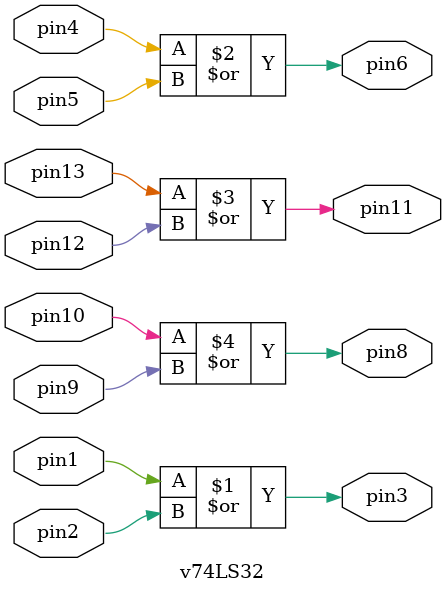
<source format=v>
module ece244_2to1Mux(SW,LEDR); //x y s in that order 

	input [2:0] SW;
	output [1:0] LEDR;
//creating wires used
	wire [2:0]W;

//AND gate implementation
	v74LS08 u0(.pin1(SW[0]),.pin4(SW[1]),.pin5(SW[2]),.pin2(W[0]),.pin3(W[1]),.pin6(W[2]));

//Not gate implementation
	v74LS04 u1(.pin1(SW[2]),.pin2(W[0]));

//Or gate implementation
	v74LS32 u2(.pin1(W[1]),.pin2(W[2]),.pin3(LEDR[0]));

endmodule

//module for NOT chip
module v74LS04(input pin1,pin3,pin5,pin13,pin11,pin9,output pin2,pin4,pin6,pin12,pin10,pin8);
	
//assignments of pins
	assign pin2=~pin1;
	assign pin4=~pin3;
	assign pin6=~pin5;
	assign pin12=~pin13;
	assign pin10=~pin11;
	assign pin8=~pin9;

endmodule 

//module for AND chip
module v74LS08(input pin1,pin2,pin4,pin5,pin13,pin12,pin10,pin9, output pin3,pin6,pin11,pin8);
	
//assignments of pins
	assign pin3= pin1&pin2;
	assign pin6= pin4&pin5;
	assign pin11= pin13&pin12;
	assign pin8= pin10&pin9;

endmodule 

//module for OR chip
module v74LS32(input pin1,pin2,pin4,pin5,pin13,pin12,pin10,pin9, output pin3,pin6,pin11,pin8);
	
//assignments of pins
	assign pin3= pin1|pin2;
	assign pin6= pin4|pin5;
	assign pin11= pin13|pin12;
	assign pin8= pin10|pin9;

endmodule 


</source>
